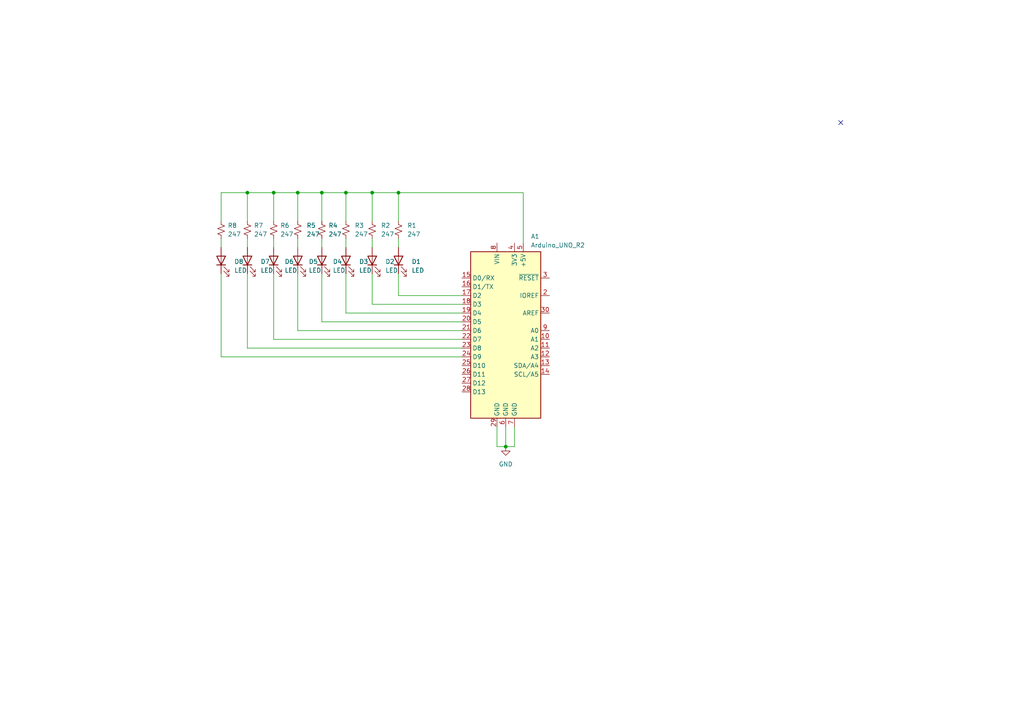
<source format=kicad_sch>
(kicad_sch (version 20230121) (generator eeschema)

  (uuid bd4a7d40-e5d9-4e86-967a-0d57c16ec37a)

  (paper "A4")

  (title_block
    (title "Arduino Uno Shield")
    (date "2024-01-21")
    (rev "1")
    (company "Hoang Pham Minh Tri")
    (comment 1 "Ho Chi Minh City University of Technology")
  )

  (lib_symbols
    (symbol "Device:LED" (pin_numbers hide) (pin_names (offset 1.016) hide) (in_bom yes) (on_board yes)
      (property "Reference" "D" (at 0 2.54 0)
        (effects (font (size 1.27 1.27)))
      )
      (property "Value" "LED" (at 0 -2.54 0)
        (effects (font (size 1.27 1.27)))
      )
      (property "Footprint" "" (at 0 0 0)
        (effects (font (size 1.27 1.27)) hide)
      )
      (property "Datasheet" "~" (at 0 0 0)
        (effects (font (size 1.27 1.27)) hide)
      )
      (property "ki_keywords" "LED diode" (at 0 0 0)
        (effects (font (size 1.27 1.27)) hide)
      )
      (property "ki_description" "Light emitting diode" (at 0 0 0)
        (effects (font (size 1.27 1.27)) hide)
      )
      (property "ki_fp_filters" "LED* LED_SMD:* LED_THT:*" (at 0 0 0)
        (effects (font (size 1.27 1.27)) hide)
      )
      (symbol "LED_0_1"
        (polyline
          (pts
            (xy -1.27 -1.27)
            (xy -1.27 1.27)
          )
          (stroke (width 0.254) (type default))
          (fill (type none))
        )
        (polyline
          (pts
            (xy -1.27 0)
            (xy 1.27 0)
          )
          (stroke (width 0) (type default))
          (fill (type none))
        )
        (polyline
          (pts
            (xy 1.27 -1.27)
            (xy 1.27 1.27)
            (xy -1.27 0)
            (xy 1.27 -1.27)
          )
          (stroke (width 0.254) (type default))
          (fill (type none))
        )
        (polyline
          (pts
            (xy -3.048 -0.762)
            (xy -4.572 -2.286)
            (xy -3.81 -2.286)
            (xy -4.572 -2.286)
            (xy -4.572 -1.524)
          )
          (stroke (width 0) (type default))
          (fill (type none))
        )
        (polyline
          (pts
            (xy -1.778 -0.762)
            (xy -3.302 -2.286)
            (xy -2.54 -2.286)
            (xy -3.302 -2.286)
            (xy -3.302 -1.524)
          )
          (stroke (width 0) (type default))
          (fill (type none))
        )
      )
      (symbol "LED_1_1"
        (pin passive line (at -3.81 0 0) (length 2.54)
          (name "K" (effects (font (size 1.27 1.27))))
          (number "1" (effects (font (size 1.27 1.27))))
        )
        (pin passive line (at 3.81 0 180) (length 2.54)
          (name "A" (effects (font (size 1.27 1.27))))
          (number "2" (effects (font (size 1.27 1.27))))
        )
      )
    )
    (symbol "Device:R_Small_US" (pin_numbers hide) (pin_names (offset 0.254) hide) (in_bom yes) (on_board yes)
      (property "Reference" "R" (at 0.762 0.508 0)
        (effects (font (size 1.27 1.27)) (justify left))
      )
      (property "Value" "R_Small_US" (at 0.762 -1.016 0)
        (effects (font (size 1.27 1.27)) (justify left))
      )
      (property "Footprint" "" (at 0 0 0)
        (effects (font (size 1.27 1.27)) hide)
      )
      (property "Datasheet" "~" (at 0 0 0)
        (effects (font (size 1.27 1.27)) hide)
      )
      (property "ki_keywords" "r resistor" (at 0 0 0)
        (effects (font (size 1.27 1.27)) hide)
      )
      (property "ki_description" "Resistor, small US symbol" (at 0 0 0)
        (effects (font (size 1.27 1.27)) hide)
      )
      (property "ki_fp_filters" "R_*" (at 0 0 0)
        (effects (font (size 1.27 1.27)) hide)
      )
      (symbol "R_Small_US_1_1"
        (polyline
          (pts
            (xy 0 0)
            (xy 1.016 -0.381)
            (xy 0 -0.762)
            (xy -1.016 -1.143)
            (xy 0 -1.524)
          )
          (stroke (width 0) (type default))
          (fill (type none))
        )
        (polyline
          (pts
            (xy 0 1.524)
            (xy 1.016 1.143)
            (xy 0 0.762)
            (xy -1.016 0.381)
            (xy 0 0)
          )
          (stroke (width 0) (type default))
          (fill (type none))
        )
        (pin passive line (at 0 2.54 270) (length 1.016)
          (name "~" (effects (font (size 1.27 1.27))))
          (number "1" (effects (font (size 1.27 1.27))))
        )
        (pin passive line (at 0 -2.54 90) (length 1.016)
          (name "~" (effects (font (size 1.27 1.27))))
          (number "2" (effects (font (size 1.27 1.27))))
        )
      )
    )
    (symbol "MCU_Module:Arduino_UNO_R2" (in_bom yes) (on_board yes)
      (property "Reference" "A" (at -10.16 23.495 0)
        (effects (font (size 1.27 1.27)) (justify left bottom))
      )
      (property "Value" "Arduino_UNO_R2" (at 5.08 -26.67 0)
        (effects (font (size 1.27 1.27)) (justify left top))
      )
      (property "Footprint" "Module:Arduino_UNO_R2" (at 0 0 0)
        (effects (font (size 1.27 1.27) italic) hide)
      )
      (property "Datasheet" "https://www.arduino.cc/en/Main/arduinoBoardUno" (at 0 0 0)
        (effects (font (size 1.27 1.27)) hide)
      )
      (property "ki_keywords" "Arduino UNO R3 Microcontroller Module Atmel AVR USB" (at 0 0 0)
        (effects (font (size 1.27 1.27)) hide)
      )
      (property "ki_description" "Arduino UNO Microcontroller Module, release 2" (at 0 0 0)
        (effects (font (size 1.27 1.27)) hide)
      )
      (property "ki_fp_filters" "Arduino*UNO*R2*" (at 0 0 0)
        (effects (font (size 1.27 1.27)) hide)
      )
      (symbol "Arduino_UNO_R2_0_1"
        (rectangle (start -10.16 22.86) (end 10.16 -25.4)
          (stroke (width 0.254) (type default))
          (fill (type background))
        )
      )
      (symbol "Arduino_UNO_R2_1_1"
        (pin no_connect line (at -10.16 -20.32 0) (length 2.54) hide
          (name "NC" (effects (font (size 1.27 1.27))))
          (number "1" (effects (font (size 1.27 1.27))))
        )
        (pin bidirectional line (at 12.7 -2.54 180) (length 2.54)
          (name "A1" (effects (font (size 1.27 1.27))))
          (number "10" (effects (font (size 1.27 1.27))))
        )
        (pin bidirectional line (at 12.7 -5.08 180) (length 2.54)
          (name "A2" (effects (font (size 1.27 1.27))))
          (number "11" (effects (font (size 1.27 1.27))))
        )
        (pin bidirectional line (at 12.7 -7.62 180) (length 2.54)
          (name "A3" (effects (font (size 1.27 1.27))))
          (number "12" (effects (font (size 1.27 1.27))))
        )
        (pin bidirectional line (at 12.7 -10.16 180) (length 2.54)
          (name "SDA/A4" (effects (font (size 1.27 1.27))))
          (number "13" (effects (font (size 1.27 1.27))))
        )
        (pin bidirectional line (at 12.7 -12.7 180) (length 2.54)
          (name "SCL/A5" (effects (font (size 1.27 1.27))))
          (number "14" (effects (font (size 1.27 1.27))))
        )
        (pin bidirectional line (at -12.7 15.24 0) (length 2.54)
          (name "D0/RX" (effects (font (size 1.27 1.27))))
          (number "15" (effects (font (size 1.27 1.27))))
        )
        (pin bidirectional line (at -12.7 12.7 0) (length 2.54)
          (name "D1/TX" (effects (font (size 1.27 1.27))))
          (number "16" (effects (font (size 1.27 1.27))))
        )
        (pin bidirectional line (at -12.7 10.16 0) (length 2.54)
          (name "D2" (effects (font (size 1.27 1.27))))
          (number "17" (effects (font (size 1.27 1.27))))
        )
        (pin bidirectional line (at -12.7 7.62 0) (length 2.54)
          (name "D3" (effects (font (size 1.27 1.27))))
          (number "18" (effects (font (size 1.27 1.27))))
        )
        (pin bidirectional line (at -12.7 5.08 0) (length 2.54)
          (name "D4" (effects (font (size 1.27 1.27))))
          (number "19" (effects (font (size 1.27 1.27))))
        )
        (pin output line (at 12.7 10.16 180) (length 2.54)
          (name "IOREF" (effects (font (size 1.27 1.27))))
          (number "2" (effects (font (size 1.27 1.27))))
        )
        (pin bidirectional line (at -12.7 2.54 0) (length 2.54)
          (name "D5" (effects (font (size 1.27 1.27))))
          (number "20" (effects (font (size 1.27 1.27))))
        )
        (pin bidirectional line (at -12.7 0 0) (length 2.54)
          (name "D6" (effects (font (size 1.27 1.27))))
          (number "21" (effects (font (size 1.27 1.27))))
        )
        (pin bidirectional line (at -12.7 -2.54 0) (length 2.54)
          (name "D7" (effects (font (size 1.27 1.27))))
          (number "22" (effects (font (size 1.27 1.27))))
        )
        (pin bidirectional line (at -12.7 -5.08 0) (length 2.54)
          (name "D8" (effects (font (size 1.27 1.27))))
          (number "23" (effects (font (size 1.27 1.27))))
        )
        (pin bidirectional line (at -12.7 -7.62 0) (length 2.54)
          (name "D9" (effects (font (size 1.27 1.27))))
          (number "24" (effects (font (size 1.27 1.27))))
        )
        (pin bidirectional line (at -12.7 -10.16 0) (length 2.54)
          (name "D10" (effects (font (size 1.27 1.27))))
          (number "25" (effects (font (size 1.27 1.27))))
        )
        (pin bidirectional line (at -12.7 -12.7 0) (length 2.54)
          (name "D11" (effects (font (size 1.27 1.27))))
          (number "26" (effects (font (size 1.27 1.27))))
        )
        (pin bidirectional line (at -12.7 -15.24 0) (length 2.54)
          (name "D12" (effects (font (size 1.27 1.27))))
          (number "27" (effects (font (size 1.27 1.27))))
        )
        (pin bidirectional line (at -12.7 -17.78 0) (length 2.54)
          (name "D13" (effects (font (size 1.27 1.27))))
          (number "28" (effects (font (size 1.27 1.27))))
        )
        (pin power_in line (at -2.54 -27.94 90) (length 2.54)
          (name "GND" (effects (font (size 1.27 1.27))))
          (number "29" (effects (font (size 1.27 1.27))))
        )
        (pin input line (at 12.7 15.24 180) (length 2.54)
          (name "~{RESET}" (effects (font (size 1.27 1.27))))
          (number "3" (effects (font (size 1.27 1.27))))
        )
        (pin input line (at 12.7 5.08 180) (length 2.54)
          (name "AREF" (effects (font (size 1.27 1.27))))
          (number "30" (effects (font (size 1.27 1.27))))
        )
        (pin power_out line (at 2.54 25.4 270) (length 2.54)
          (name "3V3" (effects (font (size 1.27 1.27))))
          (number "4" (effects (font (size 1.27 1.27))))
        )
        (pin power_out line (at 5.08 25.4 270) (length 2.54)
          (name "+5V" (effects (font (size 1.27 1.27))))
          (number "5" (effects (font (size 1.27 1.27))))
        )
        (pin power_in line (at 0 -27.94 90) (length 2.54)
          (name "GND" (effects (font (size 1.27 1.27))))
          (number "6" (effects (font (size 1.27 1.27))))
        )
        (pin power_in line (at 2.54 -27.94 90) (length 2.54)
          (name "GND" (effects (font (size 1.27 1.27))))
          (number "7" (effects (font (size 1.27 1.27))))
        )
        (pin power_in line (at -2.54 25.4 270) (length 2.54)
          (name "VIN" (effects (font (size 1.27 1.27))))
          (number "8" (effects (font (size 1.27 1.27))))
        )
        (pin bidirectional line (at 12.7 0 180) (length 2.54)
          (name "A0" (effects (font (size 1.27 1.27))))
          (number "9" (effects (font (size 1.27 1.27))))
        )
      )
    )
    (symbol "power:GND" (power) (pin_names (offset 0)) (in_bom yes) (on_board yes)
      (property "Reference" "#PWR" (at 0 -6.35 0)
        (effects (font (size 1.27 1.27)) hide)
      )
      (property "Value" "GND" (at 0 -3.81 0)
        (effects (font (size 1.27 1.27)))
      )
      (property "Footprint" "" (at 0 0 0)
        (effects (font (size 1.27 1.27)) hide)
      )
      (property "Datasheet" "" (at 0 0 0)
        (effects (font (size 1.27 1.27)) hide)
      )
      (property "ki_keywords" "global power" (at 0 0 0)
        (effects (font (size 1.27 1.27)) hide)
      )
      (property "ki_description" "Power symbol creates a global label with name \"GND\" , ground" (at 0 0 0)
        (effects (font (size 1.27 1.27)) hide)
      )
      (symbol "GND_0_1"
        (polyline
          (pts
            (xy 0 0)
            (xy 0 -1.27)
            (xy 1.27 -1.27)
            (xy 0 -2.54)
            (xy -1.27 -1.27)
            (xy 0 -1.27)
          )
          (stroke (width 0) (type default))
          (fill (type none))
        )
      )
      (symbol "GND_1_1"
        (pin power_in line (at 0 0 270) (length 0) hide
          (name "GND" (effects (font (size 1.27 1.27))))
          (number "1" (effects (font (size 1.27 1.27))))
        )
      )
    )
  )

  (junction (at 93.345 55.88) (diameter 0) (color 0 0 0 0)
    (uuid 12208bf4-ecd4-4f9a-a308-978e4cff35e7)
  )
  (junction (at 100.33 55.88) (diameter 0) (color 0 0 0 0)
    (uuid 3db38a0e-07ef-40f0-900e-e82a2347cea5)
  )
  (junction (at 107.95 55.88) (diameter 0) (color 0 0 0 0)
    (uuid 6f277eed-bf97-4c19-a362-73e6e24f5d0a)
  )
  (junction (at 71.755 55.88) (diameter 0) (color 0 0 0 0)
    (uuid 834da7a6-0684-4553-a8db-b9f5f101af1e)
  )
  (junction (at 86.36 55.88) (diameter 0) (color 0 0 0 0)
    (uuid 92a5b6eb-258f-41ce-b5f8-74149a36b6e2)
  )
  (junction (at 146.685 129.54) (diameter 0) (color 0 0 0 0)
    (uuid bcafb423-b1c3-47dd-bb41-ff4fe87ed7d3)
  )
  (junction (at 115.57 55.88) (diameter 0) (color 0 0 0 0)
    (uuid cb3cc0ea-dccc-42aa-bd18-ce55aa278c51)
  )
  (junction (at 79.375 55.88) (diameter 0) (color 0 0 0 0)
    (uuid edef219a-97d6-4814-9e32-adb39a995568)
  )

  (no_connect (at 243.84 35.56) (uuid cd199153-f572-4c27-b1d3-8262d75d3bf9))

  (wire (pts (xy 79.375 69.215) (xy 79.375 71.755))
    (stroke (width 0) (type default))
    (uuid 02ace0be-c002-4555-bb6e-95b9651c91da)
  )
  (wire (pts (xy 144.145 129.54) (xy 146.685 129.54))
    (stroke (width 0) (type default))
    (uuid 0b09606f-4480-43d7-9d2f-ab6ace653b05)
  )
  (wire (pts (xy 115.57 55.88) (xy 151.765 55.88))
    (stroke (width 0) (type default))
    (uuid 0c9f2b52-7722-4d31-a632-7a6660a4f19c)
  )
  (wire (pts (xy 100.33 69.215) (xy 100.33 71.755))
    (stroke (width 0) (type default))
    (uuid 1b573f67-5a94-4cb0-972a-68639a633f65)
  )
  (wire (pts (xy 71.755 100.965) (xy 133.985 100.965))
    (stroke (width 0) (type default))
    (uuid 216238ff-3d30-4139-94c3-e2253e5879f0)
  )
  (wire (pts (xy 79.375 79.375) (xy 79.375 98.425))
    (stroke (width 0) (type default))
    (uuid 281b2d72-8b92-4ca5-ad23-7dd6698d511b)
  )
  (wire (pts (xy 86.36 95.885) (xy 133.985 95.885))
    (stroke (width 0) (type default))
    (uuid 2af248c6-266f-49ab-abf7-14079bd8e15b)
  )
  (wire (pts (xy 151.765 55.88) (xy 151.765 70.485))
    (stroke (width 0) (type default))
    (uuid 2c9f7f7b-4050-414a-9b81-c284b3351fbd)
  )
  (wire (pts (xy 71.755 69.215) (xy 71.755 71.755))
    (stroke (width 0) (type default))
    (uuid 2fc653b6-1f49-4001-8429-352e688dcbdc)
  )
  (wire (pts (xy 79.375 55.88) (xy 79.375 64.135))
    (stroke (width 0) (type default))
    (uuid 3264a94c-76a4-423f-aa71-51ddc420e423)
  )
  (wire (pts (xy 86.36 55.88) (xy 86.36 64.135))
    (stroke (width 0) (type default))
    (uuid 3b2801c9-7b4e-41fa-8605-b5a2c248ea7e)
  )
  (wire (pts (xy 79.375 98.425) (xy 133.985 98.425))
    (stroke (width 0) (type default))
    (uuid 3c861a36-6dd9-49c6-ba04-4737b9493baa)
  )
  (wire (pts (xy 64.135 79.375) (xy 64.135 103.505))
    (stroke (width 0) (type default))
    (uuid 4019666e-3c96-4dd6-be55-1fa497cc5440)
  )
  (wire (pts (xy 71.755 79.375) (xy 71.755 100.965))
    (stroke (width 0) (type default))
    (uuid 4c719ca1-cbd1-40e1-9f43-fd5517ecbbdc)
  )
  (wire (pts (xy 100.33 55.88) (xy 100.33 64.135))
    (stroke (width 0) (type default))
    (uuid 58d773ae-ef5c-4e7b-9cd3-1eddcd9629ea)
  )
  (wire (pts (xy 93.345 69.215) (xy 93.345 71.755))
    (stroke (width 0) (type default))
    (uuid 67d24282-5eaa-455f-b97b-54b9868c9044)
  )
  (wire (pts (xy 107.95 79.375) (xy 107.95 88.265))
    (stroke (width 0) (type default))
    (uuid 6ee45006-1184-4b59-9ebb-13bbf61c6492)
  )
  (wire (pts (xy 146.685 129.54) (xy 149.225 129.54))
    (stroke (width 0) (type default))
    (uuid 6ef11c3e-3fa9-4d4c-816e-bc7bbc9f6dbd)
  )
  (wire (pts (xy 64.135 103.505) (xy 133.985 103.505))
    (stroke (width 0) (type default))
    (uuid 718b5197-2c3c-4a21-b5df-564c6a0e67b2)
  )
  (wire (pts (xy 64.135 69.215) (xy 64.135 71.755))
    (stroke (width 0) (type default))
    (uuid 83ca8c18-d145-4c76-831b-263002d7a6a5)
  )
  (wire (pts (xy 64.135 64.135) (xy 64.135 55.88))
    (stroke (width 0) (type default))
    (uuid 8f9011ca-d240-4a4a-9a52-d7d5c36216fe)
  )
  (wire (pts (xy 64.135 55.88) (xy 71.755 55.88))
    (stroke (width 0) (type default))
    (uuid 90d8a1ea-a0b2-4977-a937-09fe04166500)
  )
  (wire (pts (xy 107.95 55.88) (xy 107.95 64.135))
    (stroke (width 0) (type default))
    (uuid 9127a15f-5c5b-4e74-905f-2dc7d593a872)
  )
  (wire (pts (xy 100.33 55.88) (xy 107.95 55.88))
    (stroke (width 0) (type default))
    (uuid 91ecc92e-76d3-4608-80b1-5f9d566ac953)
  )
  (wire (pts (xy 149.225 123.825) (xy 149.225 129.54))
    (stroke (width 0) (type default))
    (uuid 933bc8dd-88be-4b40-9553-f18f037d199f)
  )
  (wire (pts (xy 71.755 55.88) (xy 71.755 64.135))
    (stroke (width 0) (type default))
    (uuid 947774d1-2b53-425d-989d-caad4647d0c8)
  )
  (wire (pts (xy 79.375 55.88) (xy 86.36 55.88))
    (stroke (width 0) (type default))
    (uuid 981a7fc3-93c7-4283-9bee-4b0e1d5c02ca)
  )
  (wire (pts (xy 100.33 79.375) (xy 100.33 90.805))
    (stroke (width 0) (type default))
    (uuid a7f9cd4d-8dcc-4417-b7a7-e55bdebc7503)
  )
  (wire (pts (xy 71.755 55.88) (xy 79.375 55.88))
    (stroke (width 0) (type default))
    (uuid a9ddb338-12a0-41a8-906d-ee8cc24cdaff)
  )
  (wire (pts (xy 93.345 55.88) (xy 93.345 64.135))
    (stroke (width 0) (type default))
    (uuid aa48a0ea-34da-49f4-8afe-2d42ddc411c2)
  )
  (wire (pts (xy 86.36 69.215) (xy 86.36 71.755))
    (stroke (width 0) (type default))
    (uuid ab757a87-92c3-4976-a3be-0c7d63a34750)
  )
  (wire (pts (xy 144.145 123.825) (xy 144.145 129.54))
    (stroke (width 0) (type default))
    (uuid bc96c76d-cc46-42b9-9d0e-eb91711a7c10)
  )
  (wire (pts (xy 93.345 79.375) (xy 93.345 93.345))
    (stroke (width 0) (type default))
    (uuid be976158-4918-48db-8eff-af1eba08d47c)
  )
  (wire (pts (xy 107.95 88.265) (xy 133.985 88.265))
    (stroke (width 0) (type default))
    (uuid c02bce8a-74df-448d-be79-89b017fc499e)
  )
  (wire (pts (xy 115.57 79.375) (xy 115.57 85.725))
    (stroke (width 0) (type default))
    (uuid c0723039-bf0b-4e9e-9454-4a85bb4f893b)
  )
  (wire (pts (xy 86.36 79.375) (xy 86.36 95.885))
    (stroke (width 0) (type default))
    (uuid c23643d3-9f79-49bc-b7db-0f63ff5460ee)
  )
  (wire (pts (xy 86.36 55.88) (xy 93.345 55.88))
    (stroke (width 0) (type default))
    (uuid cc85573e-3909-4569-ac21-c14271634112)
  )
  (wire (pts (xy 93.345 93.345) (xy 133.985 93.345))
    (stroke (width 0) (type default))
    (uuid cd90d3f4-b45f-4483-b435-f7efec98cb56)
  )
  (wire (pts (xy 100.33 90.805) (xy 133.985 90.805))
    (stroke (width 0) (type default))
    (uuid d945f67f-3948-4b29-a76e-1ee3170380ca)
  )
  (wire (pts (xy 93.345 55.88) (xy 100.33 55.88))
    (stroke (width 0) (type default))
    (uuid db146ebe-8c7f-49e3-8928-8f2fdcec651a)
  )
  (wire (pts (xy 107.95 55.88) (xy 115.57 55.88))
    (stroke (width 0) (type default))
    (uuid dd0631f4-8c0a-4354-a003-394382e409e7)
  )
  (wire (pts (xy 107.95 69.215) (xy 107.95 71.755))
    (stroke (width 0) (type default))
    (uuid e96a4b66-32be-42f0-9404-2f1d1e0a4824)
  )
  (wire (pts (xy 115.57 69.215) (xy 115.57 71.755))
    (stroke (width 0) (type default))
    (uuid eae2342d-fc8b-45ad-86f6-354a9385e47f)
  )
  (wire (pts (xy 115.57 55.88) (xy 115.57 64.135))
    (stroke (width 0) (type default))
    (uuid ef8a43be-abdb-498e-a2d3-312230e86df7)
  )
  (wire (pts (xy 115.57 85.725) (xy 133.985 85.725))
    (stroke (width 0) (type default))
    (uuid f50a1ef4-b9ef-4bd4-981b-d637acd06a07)
  )
  (wire (pts (xy 146.685 123.825) (xy 146.685 129.54))
    (stroke (width 0) (type default))
    (uuid fb802276-ab11-4e5e-9334-a1308131ec6b)
  )

  (symbol (lib_id "Device:LED") (at 107.95 75.565 90) (unit 1)
    (in_bom yes) (on_board yes) (dnp no) (fields_autoplaced)
    (uuid 0931bb3f-65cb-45cc-8a41-cc86c02e1e08)
    (property "Reference" "D2" (at 111.76 75.8825 90)
      (effects (font (size 1.27 1.27)) (justify right))
    )
    (property "Value" "LED" (at 111.76 78.4225 90)
      (effects (font (size 1.27 1.27)) (justify right))
    )
    (property "Footprint" "LED_SMD:LED_0805_2012Metric" (at 107.95 75.565 0)
      (effects (font (size 1.27 1.27)) hide)
    )
    (property "Datasheet" "~" (at 107.95 75.565 0)
      (effects (font (size 1.27 1.27)) hide)
    )
    (pin "2" (uuid 29fae237-b278-4843-a2cd-e9b3af851175))
    (pin "1" (uuid dd23fe38-1ade-497e-ac53-d41f621c591d))
    (instances
      (project "Hoang Pham Minh Tri  - 2151154 - ESD-E1"
        (path "/bd4a7d40-e5d9-4e86-967a-0d57c16ec37a"
          (reference "D2") (unit 1)
        )
      )
    )
  )

  (symbol (lib_id "Device:LED") (at 115.57 75.565 90) (unit 1)
    (in_bom yes) (on_board yes) (dnp no) (fields_autoplaced)
    (uuid 122dc538-cca4-4d58-a0fc-96d4fc8465e1)
    (property "Reference" "D1" (at 119.38 75.8825 90)
      (effects (font (size 1.27 1.27)) (justify right))
    )
    (property "Value" "LED" (at 119.38 78.4225 90)
      (effects (font (size 1.27 1.27)) (justify right))
    )
    (property "Footprint" "LED_SMD:LED_0805_2012Metric" (at 115.57 75.565 0)
      (effects (font (size 1.27 1.27)) hide)
    )
    (property "Datasheet" "~" (at 115.57 75.565 0)
      (effects (font (size 1.27 1.27)) hide)
    )
    (pin "1" (uuid e24be535-b9ee-4842-b3c7-7c130cdd6dd3))
    (pin "2" (uuid 1bdb3db1-d069-4975-9c8d-ac61f28cc7f4))
    (instances
      (project "Hoang Pham Minh Tri  - 2151154 - ESD-E1"
        (path "/bd4a7d40-e5d9-4e86-967a-0d57c16ec37a"
          (reference "D1") (unit 1)
        )
      )
    )
  )

  (symbol (lib_id "Device:LED") (at 100.33 75.565 90) (unit 1)
    (in_bom yes) (on_board yes) (dnp no) (fields_autoplaced)
    (uuid 15110884-4b77-4943-9f7d-81577877c5bc)
    (property "Reference" "D3" (at 104.14 75.8825 90)
      (effects (font (size 1.27 1.27)) (justify right))
    )
    (property "Value" "LED" (at 104.14 78.4225 90)
      (effects (font (size 1.27 1.27)) (justify right))
    )
    (property "Footprint" "LED_SMD:LED_0805_2012Metric" (at 100.33 75.565 0)
      (effects (font (size 1.27 1.27)) hide)
    )
    (property "Datasheet" "~" (at 100.33 75.565 0)
      (effects (font (size 1.27 1.27)) hide)
    )
    (pin "2" (uuid 6d18ffb1-eb3c-4da8-98f0-e7008dc5cb98))
    (pin "1" (uuid 5e86b680-aa20-411d-9fe5-7954ac612793))
    (instances
      (project "Hoang Pham Minh Tri  - 2151154 - ESD-E1"
        (path "/bd4a7d40-e5d9-4e86-967a-0d57c16ec37a"
          (reference "D3") (unit 1)
        )
      )
    )
  )

  (symbol (lib_id "Device:R_Small_US") (at 93.345 66.675 0) (unit 1)
    (in_bom yes) (on_board yes) (dnp no) (fields_autoplaced)
    (uuid 24461bf5-eccf-40a3-9579-7afd36e50a9f)
    (property "Reference" "R4" (at 95.25 65.405 0)
      (effects (font (size 1.27 1.27)) (justify left))
    )
    (property "Value" "247" (at 95.25 67.945 0)
      (effects (font (size 1.27 1.27)) (justify left))
    )
    (property "Footprint" "Resistor_SMD:R_0603_1608Metric" (at 93.345 66.675 0)
      (effects (font (size 1.27 1.27)) hide)
    )
    (property "Datasheet" "~" (at 93.345 66.675 0)
      (effects (font (size 1.27 1.27)) hide)
    )
    (pin "2" (uuid f1f0609e-b8e5-48ea-b03e-634b4e728a6c))
    (pin "1" (uuid e650c45e-380e-4814-ae17-9f743ab52a94))
    (instances
      (project "Hoang Pham Minh Tri  - 2151154 - ESD-E1"
        (path "/bd4a7d40-e5d9-4e86-967a-0d57c16ec37a"
          (reference "R4") (unit 1)
        )
      )
    )
  )

  (symbol (lib_id "Device:R_Small_US") (at 79.375 66.675 0) (unit 1)
    (in_bom yes) (on_board yes) (dnp no) (fields_autoplaced)
    (uuid 29dabc78-38c6-4c3f-90d2-76d59fa8cfaf)
    (property "Reference" "R6" (at 81.28 65.405 0)
      (effects (font (size 1.27 1.27)) (justify left))
    )
    (property "Value" "247" (at 81.28 67.945 0)
      (effects (font (size 1.27 1.27)) (justify left))
    )
    (property "Footprint" "Resistor_SMD:R_0603_1608Metric" (at 79.375 66.675 0)
      (effects (font (size 1.27 1.27)) hide)
    )
    (property "Datasheet" "~" (at 79.375 66.675 0)
      (effects (font (size 1.27 1.27)) hide)
    )
    (pin "2" (uuid 57c0b8e3-fdeb-4850-abdf-faff088c5f28))
    (pin "1" (uuid 948c2547-caab-4c9a-b1d5-60b0422bbc1e))
    (instances
      (project "Hoang Pham Minh Tri  - 2151154 - ESD-E1"
        (path "/bd4a7d40-e5d9-4e86-967a-0d57c16ec37a"
          (reference "R6") (unit 1)
        )
      )
    )
  )

  (symbol (lib_id "Device:R_Small_US") (at 107.95 66.675 0) (unit 1)
    (in_bom yes) (on_board yes) (dnp no) (fields_autoplaced)
    (uuid 2b687a72-3dd1-47bf-ab69-d6997a9c726e)
    (property "Reference" "R2" (at 110.49 65.405 0)
      (effects (font (size 1.27 1.27)) (justify left))
    )
    (property "Value" "247" (at 110.49 67.945 0)
      (effects (font (size 1.27 1.27)) (justify left))
    )
    (property "Footprint" "Resistor_SMD:R_0603_1608Metric" (at 107.95 66.675 0)
      (effects (font (size 1.27 1.27)) hide)
    )
    (property "Datasheet" "~" (at 107.95 66.675 0)
      (effects (font (size 1.27 1.27)) hide)
    )
    (pin "2" (uuid 89ce4a90-2961-4eae-a05a-393004df5ca5))
    (pin "1" (uuid b830da61-7df3-40f4-a720-bc1d49e1c4c5))
    (instances
      (project "Hoang Pham Minh Tri  - 2151154 - ESD-E1"
        (path "/bd4a7d40-e5d9-4e86-967a-0d57c16ec37a"
          (reference "R2") (unit 1)
        )
      )
    )
  )

  (symbol (lib_id "Device:LED") (at 86.36 75.565 90) (unit 1)
    (in_bom yes) (on_board yes) (dnp no) (fields_autoplaced)
    (uuid 3a7d3e8e-90d9-4113-ac68-053ae920696f)
    (property "Reference" "D5" (at 89.535 75.8825 90)
      (effects (font (size 1.27 1.27)) (justify right))
    )
    (property "Value" "LED" (at 89.535 78.4225 90)
      (effects (font (size 1.27 1.27)) (justify right))
    )
    (property "Footprint" "LED_SMD:LED_0805_2012Metric" (at 86.36 75.565 0)
      (effects (font (size 1.27 1.27)) hide)
    )
    (property "Datasheet" "~" (at 86.36 75.565 0)
      (effects (font (size 1.27 1.27)) hide)
    )
    (pin "2" (uuid 915f9e61-051c-4966-93e7-2c7f6e02ac31))
    (pin "1" (uuid 47fc38dc-63d5-4334-88b4-c4b901cd1c7f))
    (instances
      (project "Hoang Pham Minh Tri  - 2151154 - ESD-E1"
        (path "/bd4a7d40-e5d9-4e86-967a-0d57c16ec37a"
          (reference "D5") (unit 1)
        )
      )
    )
  )

  (symbol (lib_id "Device:R_Small_US") (at 64.135 66.675 0) (unit 1)
    (in_bom yes) (on_board yes) (dnp no) (fields_autoplaced)
    (uuid 630d10e0-ad12-490e-b072-8a226c8c33a6)
    (property "Reference" "R8" (at 66.04 65.405 0)
      (effects (font (size 1.27 1.27)) (justify left))
    )
    (property "Value" "247" (at 66.04 67.945 0)
      (effects (font (size 1.27 1.27)) (justify left))
    )
    (property "Footprint" "Resistor_SMD:R_0603_1608Metric" (at 64.135 66.675 0)
      (effects (font (size 1.27 1.27)) hide)
    )
    (property "Datasheet" "~" (at 64.135 66.675 0)
      (effects (font (size 1.27 1.27)) hide)
    )
    (pin "2" (uuid 402eea57-407f-4b43-ace5-eed66ea399df))
    (pin "1" (uuid 15f35010-3090-4267-9500-e70bb5b70b55))
    (instances
      (project "Hoang Pham Minh Tri  - 2151154 - ESD-E1"
        (path "/bd4a7d40-e5d9-4e86-967a-0d57c16ec37a"
          (reference "R8") (unit 1)
        )
      )
    )
  )

  (symbol (lib_id "Device:LED") (at 79.375 75.565 90) (unit 1)
    (in_bom yes) (on_board yes) (dnp no) (fields_autoplaced)
    (uuid 72573723-74cb-4c94-96cb-a012f1885e42)
    (property "Reference" "D6" (at 82.55 75.8825 90)
      (effects (font (size 1.27 1.27)) (justify right))
    )
    (property "Value" "LED" (at 82.55 78.4225 90)
      (effects (font (size 1.27 1.27)) (justify right))
    )
    (property "Footprint" "LED_SMD:LED_0805_2012Metric" (at 79.375 75.565 0)
      (effects (font (size 1.27 1.27)) hide)
    )
    (property "Datasheet" "~" (at 79.375 75.565 0)
      (effects (font (size 1.27 1.27)) hide)
    )
    (pin "1" (uuid c5aaab27-c068-4c6e-9cbc-241ccfdabb57))
    (pin "2" (uuid 6575a34c-dbdc-492a-b5c8-51adc24cba22))
    (instances
      (project "Hoang Pham Minh Tri  - 2151154 - ESD-E1"
        (path "/bd4a7d40-e5d9-4e86-967a-0d57c16ec37a"
          (reference "D6") (unit 1)
        )
      )
    )
  )

  (symbol (lib_id "Device:R_Small_US") (at 115.57 66.675 0) (unit 1)
    (in_bom yes) (on_board yes) (dnp no) (fields_autoplaced)
    (uuid 795b3489-cf1a-4bf0-81fe-1a42e6ad0883)
    (property "Reference" "R1" (at 118.11 65.405 0)
      (effects (font (size 1.27 1.27)) (justify left))
    )
    (property "Value" "247" (at 118.11 67.945 0)
      (effects (font (size 1.27 1.27)) (justify left))
    )
    (property "Footprint" "Resistor_SMD:R_0603_1608Metric" (at 115.57 66.675 0)
      (effects (font (size 1.27 1.27)) hide)
    )
    (property "Datasheet" "~" (at 115.57 66.675 0)
      (effects (font (size 1.27 1.27)) hide)
    )
    (pin "2" (uuid 1e60815d-5069-4423-a79c-1ce7fd438893))
    (pin "1" (uuid b12c9126-fdd3-4b9a-900a-adfb7436348b))
    (instances
      (project "Hoang Pham Minh Tri  - 2151154 - ESD-E1"
        (path "/bd4a7d40-e5d9-4e86-967a-0d57c16ec37a"
          (reference "R1") (unit 1)
        )
      )
    )
  )

  (symbol (lib_id "Device:R_Small_US") (at 100.33 66.675 0) (unit 1)
    (in_bom yes) (on_board yes) (dnp no) (fields_autoplaced)
    (uuid 7f616797-c245-4f87-9be3-c461b36a57cb)
    (property "Reference" "R3" (at 102.87 65.405 0)
      (effects (font (size 1.27 1.27)) (justify left))
    )
    (property "Value" "247" (at 102.87 67.945 0)
      (effects (font (size 1.27 1.27)) (justify left))
    )
    (property "Footprint" "Resistor_SMD:R_0603_1608Metric" (at 100.33 66.675 0)
      (effects (font (size 1.27 1.27)) hide)
    )
    (property "Datasheet" "~" (at 100.33 66.675 0)
      (effects (font (size 1.27 1.27)) hide)
    )
    (pin "2" (uuid 94f47867-5e24-41b3-8171-79d0dcf3b4a8))
    (pin "1" (uuid 288d1263-572f-4ce8-ae41-aa0c8900766d))
    (instances
      (project "Hoang Pham Minh Tri  - 2151154 - ESD-E1"
        (path "/bd4a7d40-e5d9-4e86-967a-0d57c16ec37a"
          (reference "R3") (unit 1)
        )
      )
    )
  )

  (symbol (lib_id "Device:LED") (at 93.345 75.565 90) (unit 1)
    (in_bom yes) (on_board yes) (dnp no) (fields_autoplaced)
    (uuid 7fd6b342-3ba3-4913-bc49-1edc8d662dd9)
    (property "Reference" "D4" (at 96.52 75.8825 90)
      (effects (font (size 1.27 1.27)) (justify right))
    )
    (property "Value" "LED" (at 96.52 78.4225 90)
      (effects (font (size 1.27 1.27)) (justify right))
    )
    (property "Footprint" "LED_SMD:LED_0805_2012Metric" (at 93.345 75.565 0)
      (effects (font (size 1.27 1.27)) hide)
    )
    (property "Datasheet" "~" (at 93.345 75.565 0)
      (effects (font (size 1.27 1.27)) hide)
    )
    (pin "2" (uuid a18b8c45-4b14-4fe7-a441-d58f3cb2c4e2))
    (pin "1" (uuid 7c588402-2c2a-4c89-ad91-42895691fdf3))
    (instances
      (project "Hoang Pham Minh Tri  - 2151154 - ESD-E1"
        (path "/bd4a7d40-e5d9-4e86-967a-0d57c16ec37a"
          (reference "D4") (unit 1)
        )
      )
    )
  )

  (symbol (lib_id "Device:R_Small_US") (at 86.36 66.675 0) (unit 1)
    (in_bom yes) (on_board yes) (dnp no) (fields_autoplaced)
    (uuid 80673877-c933-4a7e-97d8-52f8b4b84765)
    (property "Reference" "R5" (at 88.9 65.405 0)
      (effects (font (size 1.27 1.27)) (justify left))
    )
    (property "Value" "247" (at 88.9 67.945 0)
      (effects (font (size 1.27 1.27)) (justify left))
    )
    (property "Footprint" "Resistor_SMD:R_0603_1608Metric" (at 86.36 66.675 0)
      (effects (font (size 1.27 1.27)) hide)
    )
    (property "Datasheet" "~" (at 86.36 66.675 0)
      (effects (font (size 1.27 1.27)) hide)
    )
    (pin "2" (uuid 0934140e-3520-4821-a1c0-0b0a4280a2e8))
    (pin "1" (uuid a3c063b2-6b65-405c-a832-ec9bbec3d488))
    (instances
      (project "Hoang Pham Minh Tri  - 2151154 - ESD-E1"
        (path "/bd4a7d40-e5d9-4e86-967a-0d57c16ec37a"
          (reference "R5") (unit 1)
        )
      )
    )
  )

  (symbol (lib_id "Device:LED") (at 71.755 75.565 90) (unit 1)
    (in_bom yes) (on_board yes) (dnp no) (fields_autoplaced)
    (uuid 9566cda7-79fc-46f6-ae51-49c2974efae6)
    (property "Reference" "D7" (at 75.565 75.8825 90)
      (effects (font (size 1.27 1.27)) (justify right))
    )
    (property "Value" "LED" (at 75.565 78.4225 90)
      (effects (font (size 1.27 1.27)) (justify right))
    )
    (property "Footprint" "LED_SMD:LED_0805_2012Metric" (at 71.755 75.565 0)
      (effects (font (size 1.27 1.27)) hide)
    )
    (property "Datasheet" "~" (at 71.755 75.565 0)
      (effects (font (size 1.27 1.27)) hide)
    )
    (pin "2" (uuid f065b55c-0c3b-4a24-8a10-43fa6d1486aa))
    (pin "1" (uuid c7c590d7-89c9-4fb1-a529-c84c7bee85d7))
    (instances
      (project "Hoang Pham Minh Tri  - 2151154 - ESD-E1"
        (path "/bd4a7d40-e5d9-4e86-967a-0d57c16ec37a"
          (reference "D7") (unit 1)
        )
      )
    )
  )

  (symbol (lib_id "Device:LED") (at 64.135 75.565 90) (unit 1)
    (in_bom yes) (on_board yes) (dnp no) (fields_autoplaced)
    (uuid bab61509-dee3-4e36-b45f-0ebec58d77af)
    (property "Reference" "D8" (at 67.945 75.8825 90)
      (effects (font (size 1.27 1.27)) (justify right))
    )
    (property "Value" "LED" (at 67.945 78.4225 90)
      (effects (font (size 1.27 1.27)) (justify right))
    )
    (property "Footprint" "LED_SMD:LED_0805_2012Metric" (at 64.135 75.565 0)
      (effects (font (size 1.27 1.27)) hide)
    )
    (property "Datasheet" "~" (at 64.135 75.565 0)
      (effects (font (size 1.27 1.27)) hide)
    )
    (pin "1" (uuid 17e7c305-8b67-40e3-bdcc-84747ca436d3))
    (pin "2" (uuid 6c7cfd8a-9d59-4437-82ac-b9e644a4ed51))
    (instances
      (project "Hoang Pham Minh Tri  - 2151154 - ESD-E1"
        (path "/bd4a7d40-e5d9-4e86-967a-0d57c16ec37a"
          (reference "D8") (unit 1)
        )
      )
    )
  )

  (symbol (lib_id "MCU_Module:Arduino_UNO_R2") (at 146.685 95.885 0) (unit 1)
    (in_bom yes) (on_board yes) (dnp no) (fields_autoplaced)
    (uuid eda0a0ff-78de-4de1-8832-7aee679b9ee7)
    (property "Reference" "A1" (at 153.9591 68.58 0)
      (effects (font (size 1.27 1.27)) (justify left))
    )
    (property "Value" "Arduino_UNO_R2" (at 153.9591 71.12 0)
      (effects (font (size 1.27 1.27)) (justify left))
    )
    (property "Footprint" "Module:Arduino_UNO_R2" (at 146.685 95.885 0)
      (effects (font (size 1.27 1.27) italic) hide)
    )
    (property "Datasheet" "https://www.arduino.cc/en/Main/arduinoBoardUno" (at 146.685 95.885 0)
      (effects (font (size 1.27 1.27)) hide)
    )
    (pin "16" (uuid 54f21da9-a5b6-4e22-8589-eb39ba034965))
    (pin "2" (uuid 06ab0541-c2f1-4e80-aea9-54b69c89d71c))
    (pin "20" (uuid aee3735f-3916-4dbb-a549-f12567e5e5b2))
    (pin "21" (uuid ffaa01b7-7c8e-48fb-9a32-493391dd99ee))
    (pin "23" (uuid 3c72c317-0998-4baf-8d35-0ec011f0cebf))
    (pin "26" (uuid 2bf77b00-61bf-4899-8140-ac152053e515))
    (pin "28" (uuid a6be7f2d-05ab-4c47-be1e-0218f281a6b7))
    (pin "29" (uuid 14c443ab-182f-49fa-8090-ec44c2b273e0))
    (pin "15" (uuid b7444810-69aa-43a7-8a5f-96aa94624bb7))
    (pin "3" (uuid ab7269b6-79c3-4d48-9219-5f810ea3c06c))
    (pin "4" (uuid 104c1d32-63f4-4bca-a7a1-b1bfc6c6ec57))
    (pin "5" (uuid c12cc536-baf6-4820-9a00-a5e86875b5bb))
    (pin "6" (uuid d1510735-a103-4ed8-9d21-25424a64502c))
    (pin "7" (uuid 6a670bbc-e060-4beb-9108-4982b1228366))
    (pin "30" (uuid b99e0530-8bc4-40b5-8a22-6b4328aebb21))
    (pin "8" (uuid 7e80e7ef-8b9e-4c30-bcae-d876ce51891f))
    (pin "22" (uuid db8e3aed-e6d1-4b38-b7fd-041914a9fe2b))
    (pin "25" (uuid 8f8bdbb9-2b12-42c2-833f-6b4dda82aeca))
    (pin "10" (uuid 156b1710-0a13-4e7e-912e-1530b918b792))
    (pin "9" (uuid 1023c050-e85a-48a1-8a2b-223948992e2e))
    (pin "11" (uuid 9f615b1b-5426-4d26-9c26-6c8488c1f6b6))
    (pin "18" (uuid ab0df1f2-1f72-4ca3-9a40-ae873dceba47))
    (pin "12" (uuid 0c99a529-3079-45c7-bae7-53a431dd235d))
    (pin "19" (uuid de7c2b69-2148-4b0e-aa12-9535166be63d))
    (pin "24" (uuid 72c545cb-0b6b-4620-9169-a2678b6fe91b))
    (pin "13" (uuid 6fdecf26-9d66-49fa-bc79-0d3a6a6c164c))
    (pin "14" (uuid 30eafcbd-e57e-4b47-8429-10249825e482))
    (pin "27" (uuid 235ad5c3-c42c-4e1e-b918-0d2f2b73a247))
    (pin "1" (uuid 87be6f0c-937f-45b9-bc04-555fd907fbee))
    (pin "17" (uuid 4aa1726c-e988-4731-afb0-49cbefa08d52))
    (instances
      (project "Hoang Pham Minh Tri  - 2151154 - ESD-E1"
        (path "/bd4a7d40-e5d9-4e86-967a-0d57c16ec37a"
          (reference "A1") (unit 1)
        )
      )
    )
  )

  (symbol (lib_id "power:GND") (at 146.685 129.54 0) (unit 1)
    (in_bom yes) (on_board yes) (dnp no) (fields_autoplaced)
    (uuid f3f04124-d7e6-4f91-ba26-1eb1e391f0d1)
    (property "Reference" "#PWR01" (at 146.685 135.89 0)
      (effects (font (size 1.27 1.27)) hide)
    )
    (property "Value" "GND" (at 146.685 134.62 0)
      (effects (font (size 1.27 1.27)))
    )
    (property "Footprint" "" (at 146.685 129.54 0)
      (effects (font (size 1.27 1.27)) hide)
    )
    (property "Datasheet" "" (at 146.685 129.54 0)
      (effects (font (size 1.27 1.27)) hide)
    )
    (pin "1" (uuid 1972b349-4dca-4436-adef-1c087501db05))
    (instances
      (project "Hoang Pham Minh Tri  - 2151154 - ESD-E1"
        (path "/bd4a7d40-e5d9-4e86-967a-0d57c16ec37a"
          (reference "#PWR01") (unit 1)
        )
      )
    )
  )

  (symbol (lib_id "Device:R_Small_US") (at 71.755 66.675 0) (unit 1)
    (in_bom yes) (on_board yes) (dnp no) (fields_autoplaced)
    (uuid f6b3d6e5-6237-4553-ad75-ab6bdf7c4b9d)
    (property "Reference" "R7" (at 73.66 65.405 0)
      (effects (font (size 1.27 1.27)) (justify left))
    )
    (property "Value" "247" (at 73.66 67.945 0)
      (effects (font (size 1.27 1.27)) (justify left))
    )
    (property "Footprint" "Resistor_SMD:R_0603_1608Metric" (at 71.755 66.675 0)
      (effects (font (size 1.27 1.27)) hide)
    )
    (property "Datasheet" "~" (at 71.755 66.675 0)
      (effects (font (size 1.27 1.27)) hide)
    )
    (pin "2" (uuid 0fd603ac-6a63-4f32-b7e2-af9b212e938e))
    (pin "1" (uuid 7fb1bb74-45e4-4eec-ba97-1ec2140f1310))
    (instances
      (project "Hoang Pham Minh Tri  - 2151154 - ESD-E1"
        (path "/bd4a7d40-e5d9-4e86-967a-0d57c16ec37a"
          (reference "R7") (unit 1)
        )
      )
    )
  )

  (sheet_instances
    (path "/" (page "1"))
  )
)

</source>
